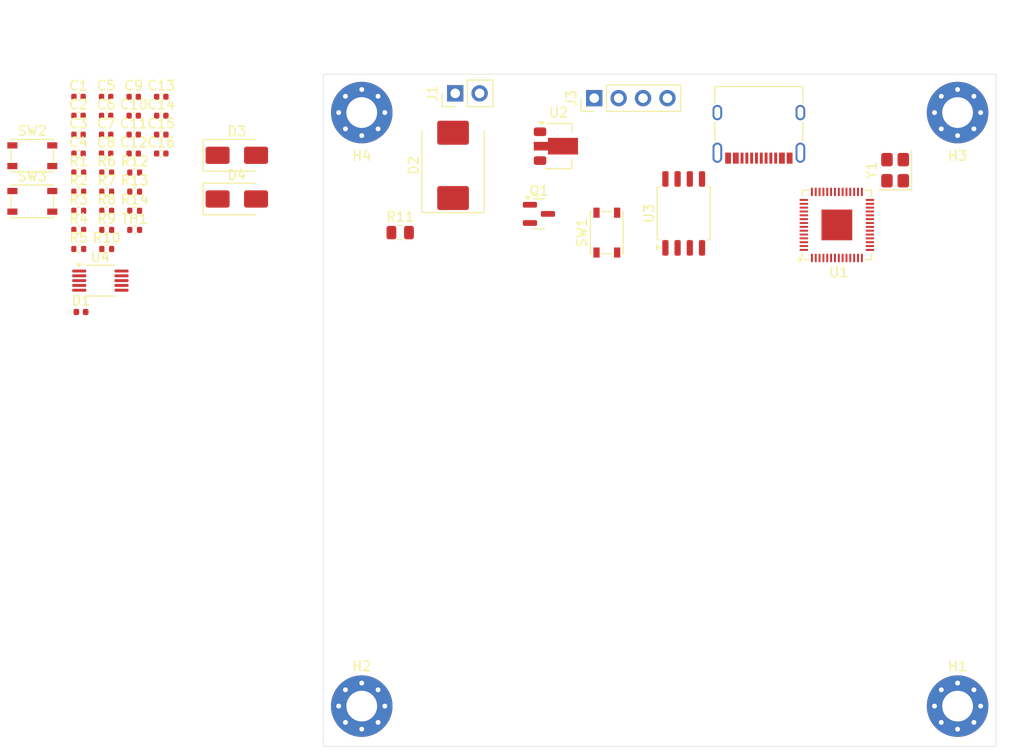
<source format=kicad_pcb>
(kicad_pcb (version 20241229) (generator "pcbnew") (generator_version "9.0")
  (layers (0 "F.Cu" signal) (2 "B.Cu" signal) (13 "F.Paste" user) (15 "B.Paste" user) (5 "F.SilkS" user "F.Silkscreen") (7 "B.SilkS" user "B.Silkscreen") (1 "F.Mask" user) (3 "B.Mask" user) (25 "Edge.Cuts" user))
  (net 0 "")
  (net 1 "Net-(U1-XIN)")
  (net 2 "GND")
  (net 3 "Net-(C2-Pad2)")
  (net 4 "3v3")
  (net 5 "1v1")
  (net 6 "Net-(D2-K)")
  (net 7 "Net-(D1-A)")
  (net 8 "Net-(D2-A)")
  (net 9 "Net-(D3-A)")
  (net 11 "DM")
  (net 12 "DP")
  (net 16 "SCL")
  (net 17 "SDA")
  (net 18 "Net-(Q1-D)")
  (net 19 "CTRL")
  (net 20 "TEMP")
  (net 21 "Net-(R2-Pad1)")
  (net 22 "QSPI_SS")
  (net 23 "Net-(U1-USB_DP)")
  (net 24 "Net-(U1-USB_DM)")
  (net 25 "Net-(U1-XOUT)")
  (net 26 "Net-(U1-GPIO25)")
  (net 27 "Net-(U1-GPIO10)")
  (net 28 "Net-(U1-GPIO11)")
  (net 29 "ALERT")
  (net 38 "QSPI_SCLK")
  (net 47 "QSPI_SD1")
  (net 54 "QSPI_SD2")
  (net 56 "QSPI_SD3")
  (net 57 "QSPI_SD0")
  (footprint "Resistor_SMD:R_0402_1005Metric" (layer "F.Cu") (at 109.05 66.205)
    (property "Reference" "R5" (at 0 -1.17 0) (layer "F.SilkS"))
    (property "Value" "1k")
    (fp_line (start -0.153641 -0.38) (end 0.153641 -0.38) (stroke (width 0.12)) (layer "F.SilkS"))
    (fp_line (start -0.153641 0.38) (end 0.153641 0.38) (stroke (width 0.12)) (layer "F.SilkS"))
    (pad "1" smd roundrect (at -0.51 0) (size 0.54 0.64) (layers "F.Cu" "F.Mask" "F.Paste") (net 3 "Net-(C2-Pad2)"))
    (pad "2" smd roundrect (at 0.51 0) (size 0.54 0.64) (layers "F.Cu" "F.Mask" "F.Paste") (net 25 "Net-(U1-XOUT)"))
  )
  (footprint "Diode_SMD:D_SMC" (layer "F.Cu") (at 148 57.5 90)
    (property "Reference" "D2" (at 0 -4.1 90) (layer "F.SilkS"))
    (property "Value" "D_Schottky")
    (fp_line (start -4.91 -3.25) (end 3.6 -3.25) (stroke (width 0.12)) (layer "F.SilkS"))
    (fp_line (start -4.91 3.25) (end -4.91 -3.25) (stroke (width 0.12)) (layer "F.SilkS"))
    (fp_line (start -4.91 3.25) (end 3.6 3.25) (stroke (width 0.12)) (layer "F.SilkS"))
    (pad "1" smd roundrect (at -3.4 0 180) (size 3.3 2.5) (layers "F.Cu" "F.Mask" "F.Paste") (roundrect_rratio 0.1) (net 6 "Net-(D2-K)"))
    (pad "2" smd roundrect (at 3.4 0 180) (size 3.3 2.5) (layers "F.Cu" "F.Mask" "F.Paste") (roundrect_rratio 0.1) (net 8 "Net-(D2-A)"))
  )
  (footprint "Resistor_SMD:R_0402_1005Metric" (layer "F.Cu") (at 111.96 58.245)
    (property "Reference" "R6" (at 0 -1.17 0) (layer "F.SilkS"))
    (property "Value" "1k")
    (fp_line (start -0.153641 -0.38) (end 0.153641 -0.38) (stroke (width 0.12)) (layer "F.SilkS"))
    (fp_line (start -0.153641 0.38) (end 0.153641 0.38) (stroke (width 0.12)) (layer "F.SilkS"))
    (pad "1" smd roundrect (at -0.51 0) (size 0.54 0.64) (layers "F.Cu" "F.Mask" "F.Paste") (net 7 "Net-(D1-A)"))
    (pad "2" smd roundrect (at 0.51 0) (size 0.54 0.64) (layers "F.Cu" "F.Mask" "F.Paste") (net 26 "Net-(U1-GPIO25)"))
  )
  (footprint "Package_SO:SOIC-8_5.3x5.3mm_P1.27mm" (layer "F.Cu") (at 172 62.5 90)
    (property "Reference" "U3" (at 0 -3.6 90) (layer "F.SilkS"))
    (property "Value" "W25Q16JVSS")
    (fp_line (start 2.76 -2.76) (end 2.76 -2.49) (stroke (width 0.12)) (layer "F.SilkS"))
    (fp_line (start 0 -2.76) (end 2.76 -2.76) (stroke (width 0.12)) (layer "F.SilkS"))
    (fp_line (start 0 -2.76) (end -2.76 -2.76) (stroke (width 0.12)) (layer "F.SilkS"))
    (fp_line (start -2.76 -2.76) (end -2.76 -2.49) (stroke (width 0.12)) (layer "F.SilkS"))
    (fp_line (start 2.76 2.76) (end 2.76 2.49) (stroke (width 0.12)) (layer "F.SilkS"))
    (fp_line (start 0 2.76) (end 2.76 2.76) (stroke (width 0.12)) (layer "F.SilkS"))
    (fp_line (start 0 2.76) (end -2.76 2.76) (stroke (width 0.12)) (layer "F.SilkS"))
    (fp_line (start -2.76 2.76) (end -2.76 2.49) (stroke (width 0.12)) (layer "F.SilkS"))
    (fp_poly (pts (xy -3.525 -2.49) (xy -3.765 -2.82) (xy -3.285 -2.82)) (stroke (width 0.12)) (fill yes) (layer "F.SilkS"))
    (pad "1" smd roundrect (at -3.5875 -1.905 90) (size 1.625 0.65) (layers "F.Cu" "F.Mask" "F.Paste") (net 22 "QSPI_SS"))
    (pad "2" smd roundrect (at -3.5875 -0.635 90) (size 1.625 0.65) (layers "F.Cu" "F.Mask" "F.Paste") (net 47 "QSPI_SD1"))
    (pad "3" smd roundrect (at -3.5875 0.635 90) (size 1.625 0.65) (layers "F.Cu" "F.Mask" "F.Paste") (net 54 "QSPI_SD2"))
    (pad "4" smd roundrect (at -3.5875 1.905 90) (size 1.625 0.65) (layers "F.Cu" "F.Mask" "F.Paste") (net 2 "GND"))
    (pad "5" smd roundrect (at 3.5875 1.905 90) (size 1.625 0.65) (layers "F.Cu" "F.Mask" "F.Paste") (net 57 "QSPI_SD0"))
    (pad "6" smd roundrect (at 3.5875 0.635 90) (size 1.625 0.65) (layers "F.Cu" "F.Mask" "F.Paste") (net 38 "QSPI_SCLK"))
    (pad "7" smd roundrect (at 3.5875 -0.635 90) (size 1.625 0.65) (layers "F.Cu" "F.Mask" "F.Paste") (net 56 "QSPI_SD3"))
    (pad "8" smd roundrect (at 3.5875 -1.905 90) (size 1.625 0.65) (layers "F.Cu" "F.Mask" "F.Paste") (net 4 "3v3"))
  )
  (footprint "Resistor_SMD:R_0402_1005Metric" (layer "F.Cu") (at 111.96 66.205)
    (property "Reference" "R10" (at 0 -1.17 0) (layer "F.SilkS"))
    (property "Value" "10k")
    (fp_line (start -0.153641 -0.38) (end 0.153641 -0.38) (stroke (width 0.12)) (layer "F.SilkS"))
    (fp_line (start -0.153641 0.38) (end 0.153641 0.38) (stroke (width 0.12)) (layer "F.SilkS"))
    (pad "1" smd roundrect (at -0.51 0) (size 0.54 0.64) (layers "F.Cu" "F.Mask" "F.Paste") (net 28 "Net-(U1-GPIO11)"))
    (pad "2" smd roundrect (at 0.51 0) (size 0.54 0.64) (layers "F.Cu" "F.Mask" "F.Paste") (net 4 "3v3"))
  )
  (footprint "Capacitor_SMD:C_0402_1005Metric" (layer "F.Cu") (at 114.77 52.325)
    (property "Reference" "C10" (at 0 -1.16 0) (layer "F.SilkS"))
    (property "Value" "1u")
    (fp_line (start -0.107836 -0.36) (end 0.107836 -0.36) (stroke (width 0.12)) (layer "F.SilkS"))
    (fp_line (start -0.107836 0.36) (end 0.107836 0.36) (stroke (width 0.12)) (layer "F.SilkS"))
    (pad "1" smd roundrect (at -0.48 0) (size 0.56 0.62) (layers "F.Cu" "F.Mask" "F.Paste") (net 2 "GND"))
    (pad "2" smd roundrect (at 0.48 0) (size 0.56 0.62) (layers "F.Cu" "F.Mask" "F.Paste") (net 4 "3v3"))
  )
  (footprint "Capacitor_SMD:C_0402_1005Metric" (layer "F.Cu") (at 117.64 50.355)
    (property "Reference" "C13" (at 0 -1.16 0) (layer "F.SilkS"))
    (property "Value" "1u")
    (fp_line (start -0.107836 -0.36) (end 0.107836 -0.36) (stroke (width 0.12)) (layer "F.SilkS"))
    (fp_line (start -0.107836 0.36) (end 0.107836 0.36) (stroke (width 0.12)) (layer "F.SilkS"))
    (pad "1" smd roundrect (at -0.48 0) (size 0.56 0.62) (layers "F.Cu" "F.Mask" "F.Paste") (net 2 "GND"))
    (pad "2" smd roundrect (at 0.48 0) (size 0.56 0.62) (layers "F.Cu" "F.Mask" "F.Paste") (net 5 "1v1"))
  )
  (footprint "Capacitor_SMD:C_0402_1005Metric" (layer "F.Cu") (at 114.77 56.265)
    (property "Reference" "C12" (at 0 -1.16 0) (layer "F.SilkS"))
    (property "Value" "100n")
    (fp_line (start -0.107836 -0.36) (end 0.107836 -0.36) (stroke (width 0.12)) (layer "F.SilkS"))
    (fp_line (start -0.107836 0.36) (end 0.107836 0.36) (stroke (width 0.12)) (layer "F.SilkS"))
    (pad "1" smd roundrect (at -0.48 0) (size 0.56 0.62) (layers "F.Cu" "F.Mask" "F.Paste") (net 2 "GND"))
    (pad "2" smd roundrect (at 0.48 0) (size 0.56 0.62) (layers "F.Cu" "F.Mask" "F.Paste") (net 5 "1v1"))
  )
  (footprint "Capacitor_SMD:C_0402_1005Metric" (layer "F.Cu") (at 111.9 54.295)
    (property "Reference" "C7" (at 0 -1.16 0) (layer "F.SilkS"))
    (property "Value" "100n")
    (fp_line (start -0.107836 -0.36) (end 0.107836 -0.36) (stroke (width 0.12)) (layer "F.SilkS"))
    (fp_line (start -0.107836 0.36) (end 0.107836 0.36) (stroke (width 0.12)) (layer "F.SilkS"))
    (pad "1" smd roundrect (at -0.48 0) (size 0.56 0.62) (layers "F.Cu" "F.Mask" "F.Paste") (net 2 "GND"))
    (pad "2" smd roundrect (at 0.48 0) (size 0.56 0.62) (layers "F.Cu" "F.Mask" "F.Paste") (net 4 "3v3"))
  )
  (footprint "Capacitor_SMD:C_0402_1005Metric" (layer "F.Cu") (at 117.64 56.265)
    (property "Reference" "C16" (at 0 -1.16 0) (layer "F.SilkS"))
    (property "Value" "1u")
    (fp_line (start -0.107836 -0.36) (end 0.107836 -0.36) (stroke (width 0.12)) (layer "F.SilkS"))
    (fp_line (start -0.107836 0.36) (end 0.107836 0.36) (stroke (width 0.12)) (layer "F.SilkS"))
    (pad "1" smd roundrect (at -0.48 0) (size 0.56 0.62) (layers "F.Cu" "F.Mask" "F.Paste") (net 2 "GND"))
    (pad "2" smd roundrect (at 0.48 0) (size 0.56 0.62) (layers "F.Cu" "F.Mask" "F.Paste") (net 4 "3v3"))
  )
  (footprint "LED_SMD:LED_0402_1005Metric" (layer "F.Cu") (at 109.285 72.765)
    (property "Reference" "D1" (at 0 -1.17 0) (layer "F.SilkS"))
    (property "Value" "LED")
    (fp_circle (center -1.09 0) (end -1.04 0) (stroke (width 0.1)) (fill no) (layer "F.SilkS"))
    (pad "1" smd roundrect (at -0.485 0) (size 0.59 0.64) (layers "F.Cu" "F.Mask" "F.Paste") (net 2 "GND"))
    (pad "2" smd roundrect (at 0.485 0) (size 0.59 0.64) (layers "F.Cu" "F.Mask" "F.Paste") (net 7 "Net-(D1-A)"))
  )
  (footprint "Package_TO_SOT_SMD:SOT-23" (layer "F.Cu") (at 156.9375 62.55)
    (property "Reference" "Q1" (at 0 -2.4 0) (layer "F.SilkS"))
    (property "Value" "AO3400A")
    (fp_line (start 0 -1.56) (end -0.65 -1.56) (stroke (width 0.12)) (layer "F.SilkS"))
    (fp_line (start 0 -1.56) (end 0.65 -1.56) (stroke (width 0.12)) (layer "F.SilkS"))
    (fp_line (start 0 1.56) (end -0.65 1.56) (stroke (width 0.12)) (layer "F.SilkS"))
    (fp_line (start 0 1.56) (end 0.65 1.56) (stroke (width 0.12)) (layer "F.SilkS"))
    (fp_poly (pts (xy -1.1625 -1.51) (xy -1.4025 -1.84) (xy -0.9225 -1.84)) (stroke (width 0.12)) (fill yes) (layer "F.SilkS"))
    (pad "1" smd roundrect (at -0.9375 -0.95) (size 1.475 0.6) (layers "F.Cu" "F.Mask" "F.Paste") (net 19 "CTRL"))
    (pad "2" smd roundrect (at -0.9375 0.95) (size 1.475 0.6) (layers "F.Cu" "F.Mask" "F.Paste") (net 2 "GND"))
    (pad "3" smd roundrect (at 0.9375 0) (size 1.475 0.6) (layers "F.Cu" "F.Mask" "F.Paste") (net 18 "Net-(Q1-D)"))
  )
  (footprint "Resistor_SMD:R_0402_1005Metric" (layer "F.Cu") (at 111.96 62.225)
    (property "Reference" "R8" (at 0 -1.17 0) (layer "F.SilkS"))
    (property "Value" "10k")
    (fp_line (start -0.153641 -0.38) (end 0.153641 -0.38) (stroke (width 0.12)) (layer "F.SilkS"))
    (fp_line (start -0.153641 0.38) (end 0.153641 0.38) (stroke (width 0.12)) (layer "F.SilkS"))
    (pad "1" smd roundrect (at -0.51 0) (size 0.54 0.64) (layers "F.Cu" "F.Mask" "F.Paste") (net 16 "SCL"))
    (pad "2" smd roundrect (at 0.51 0) (size 0.54 0.64) (layers "F.Cu" "F.Mask" "F.Paste") (net 4 "3v3"))
  )
  (footprint "Resistor_SMD:R_0402_1005Metric" (layer "F.Cu") (at 114.87 62.225)
    (property "Reference" "R14" (at 0 -1.17 0) (layer "F.SilkS"))
    (property "Value" "10k")
    (fp_line (start -0.153641 -0.38) (end 0.153641 -0.38) (stroke (width 0.12)) (layer "F.SilkS"))
    (fp_line (start -0.153641 0.38) (end 0.153641 0.38) (stroke (width 0.12)) (layer "F.SilkS"))
    (pad "1" smd roundrect (at -0.51 0) (size 0.54 0.64) (layers "F.Cu" "F.Mask" "F.Paste") (net 29 "ALERT"))
    (pad "2" smd roundrect (at 0.51 0) (size 0.54 0.64) (layers "F.Cu" "F.Mask" "F.Paste") (net 4 "3v3"))
  )
  (footprint "Capacitor_SMD:C_0402_1005Metric" (layer "F.Cu") (at 109.03 54.295)
    (property "Reference" "C3" (at 0 -1.16 0) (layer "F.SilkS"))
    (property "Value" "100n")
    (fp_line (start -0.107836 -0.36) (end 0.107836 -0.36) (stroke (width 0.12)) (layer "F.SilkS"))
    (fp_line (start -0.107836 0.36) (end 0.107836 0.36) (stroke (width 0.12)) (layer "F.SilkS"))
    (pad "1" smd roundrect (at -0.48 0) (size 0.56 0.62) (layers "F.Cu" "F.Mask" "F.Paste") (net 2 "GND"))
    (pad "2" smd roundrect (at 0.48 0) (size 0.56 0.62) (layers "F.Cu" "F.Mask" "F.Paste") (net 4 "3v3"))
  )
  (footprint "Button_Switch_SMD:SW_SPST_PTS810" (layer "F.Cu") (at 164 64.5 90)
    (property "Reference" "SW1" (at 0 -2.6 90) (layer "F.SilkS"))
    (property "Value" "SW_Push")
    (fp_line (start 2.2 -1.7) (end -2.2 -1.7) (stroke (width 0.12)) (layer "F.SilkS"))
    (fp_line (start -2.2 -1.7) (end -2.2 -1.58) (stroke (width 0.12)) (layer "F.SilkS"))
    (fp_line (start 2.2 -1.58) (end 2.2 -1.7) (stroke (width 0.12)) (layer "F.SilkS"))
    (fp_line (start -2.2 -0.57) (end -2.2 0.57) (stroke (width 0.12)) (layer "F.SilkS"))
    (fp_line (start 2.2 0.57) (end 2.2 -0.57) (stroke (width 0.12)) (layer "F.SilkS"))
    (fp_line (start -2.2 1.58) (end -2.2 1.7) (stroke (width 0.12)) (layer "F.SilkS"))
    (fp_line (start 2.2 1.7) (end 2.2 1.58) (stroke (width 0.12)) (layer "F.SilkS"))
    (fp_line (start -2.2 1.7) (end 2.2 1.7) (stroke (width 0.12)) (layer "F.SilkS"))
    (pad "1" smd rect (at -2.075 -1.075 90) (size 1.05 0.65) (layers "F.Cu" "F.Mask" "F.Paste") (net 2 "GND"))
    (pad "1" smd rect (at 2.075 -1.075 90) (size 1.05 0.65) (layers "F.Cu" "F.Mask" "F.Paste") (net 2 "GND"))
    (pad "2" smd rect (at -2.075 1.075 90) (size 1.05 0.65) (layers "F.Cu" "F.Mask" "F.Paste") (net 21 "Net-(R2-Pad1)"))
    (pad "2" smd rect (at 2.075 1.075 90) (size 1.05 0.65) (layers "F.Cu" "F.Mask" "F.Paste") (net 21 "Net-(R2-Pad1)"))
  )
  (footprint "Button_Switch_SMD:SW_SPST_PTS810" (layer "F.Cu") (at 104.22 56.495)
    (property "Reference" "SW2" (at 0 -2.6 0) (layer "F.SilkS"))
    (property "Value" "SW_Push")
    (fp_line (start -2.2 -1.7) (end -2.2 -1.58) (stroke (width 0.12)) (layer "F.SilkS"))
    (fp_line (start -2.2 -0.57) (end -2.2 0.57) (stroke (width 0.12)) (layer "F.SilkS"))
    (fp_line (start -2.2 1.58) (end -2.2 1.7) (stroke (width 0.12)) (layer "F.SilkS"))
    (fp_line (start -2.2 1.7) (end 2.2 1.7) (stroke (width 0.12)) (layer "F.SilkS"))
    (fp_line (start 2.2 -1.7) (end -2.2 -1.7) (stroke (width 0.12)) (layer "F.SilkS"))
    (fp_line (start 2.2 -1.58) (end 2.2 -1.7) (stroke (width 0.12)) (layer "F.SilkS"))
    (fp_line (start 2.2 0.57) (end 2.2 -0.57) (stroke (width 0.12)) (layer "F.SilkS"))
    (fp_line (start 2.2 1.7) (end 2.2 1.58) (stroke (width 0.12)) (layer "F.SilkS"))
    (pad "1" smd rect (at -2.075 -1.075) (size 1.05 0.65) (layers "F.Cu" "F.Mask" "F.Paste") (net 27 "Net-(U1-GPIO10)"))
    (pad "1" smd rect (at 2.075 -1.075) (size 1.05 0.65) (layers "F.Cu" "F.Mask" "F.Paste") (net 27 "Net-(U1-GPIO10)"))
    (pad "2" smd rect (at -2.075 1.075) (size 1.05 0.65) (layers "F.Cu" "F.Mask" "F.Paste") (net 2 "GND"))
    (pad "2" smd rect (at 2.075 1.075) (size 1.05 0.65) (layers "F.Cu" "F.Mask" "F.Paste") (net 2 "GND"))
  )
  (footprint "Capacitor_SMD:C_0402_1005Metric" (layer "F.Cu") (at 109.03 50.355)
    (property "Reference" "C1" (at 0 -1.16 0) (layer "F.SilkS"))
    (property "Value" "15p")
    (fp_line (start -0.107836 -0.36) (end 0.107836 -0.36) (stroke (width 0.12)) (layer "F.SilkS"))
    (fp_line (start -0.107836 0.36) (end 0.107836 0.36) (stroke (width 0.12)) (layer "F.SilkS"))
    (pad "1" smd roundrect (at -0.48 0) (size 0.56 0.62) (layers "F.Cu" "F.Mask" "F.Paste") (net 2 "GND"))
    (pad "2" smd roundrect (at 0.48 0) (size 0.56 0.62) (layers "F.Cu" "F.Mask" "F.Paste") (net 1 "Net-(U1-XIN)"))
  )
  (footprint "Resistor_SMD:R_0402_1005Metric" (layer "F.Cu") (at 109.05 60.235)
    (property "Reference" "R2" (at 0 -1.17 0) (layer "F.SilkS"))
    (property "Value" "10k")
    (fp_line (start -0.153641 -0.38) (end 0.153641 -0.38) (stroke (width 0.12)) (layer "F.SilkS"))
    (fp_line (start -0.153641 0.38) (end 0.153641 0.38) (stroke (width 0.12)) (layer "F.SilkS"))
    (pad "1" smd roundrect (at -0.51 0) (size 0.54 0.64) (layers "F.Cu" "F.Mask" "F.Paste") (net 21 "Net-(R2-Pad1)"))
    (pad "2" smd roundrect (at 0.51 0) (size 0.54 0.64) (layers "F.Cu" "F.Mask" "F.Paste") (net 22 "QSPI_SS"))
  )
  (footprint "Resistor_SMD:R_0402_1005Metric" (layer "F.Cu") (at 109.05 58.245)
    (property "Reference" "R1" (at 0 -1.17 0) (layer "F.SilkS"))
    (property "Value" "100k")
    (fp_line (start -0.153641 -0.38) (end 0.153641 -0.38) (stroke (width 0.12)) (layer "F.SilkS"))
    (fp_line (start -0.153641 0.38) (end 0.153641 0.38) (stroke (width 0.12)) (layer "F.SilkS"))
    (pad "1" smd roundrect (at -0.51 0) (size 0.54 0.64) (layers "F.Cu" "F.Mask" "F.Paste") (net 4 "3v3"))
    (pad "2" smd roundrect (at 0.51 0) (size 0.54 0.64) (layers "F.Cu" "F.Mask" "F.Paste") (net 20 "TEMP"))
  )
  (footprint "Diode_SMD:D_SMA" (layer "F.Cu") (at 125.5 56.45)
    (property "Reference" "D3" (at 0 -2.5 0) (layer "F.SilkS"))
    (property "Value" "D_Schottky")
    (fp_line (start -3.51 -1.65) (end -3.51 1.65) (stroke (width 0.12)) (layer "F.SilkS"))
    (fp_line (start -3.51 -1.65) (end 2 -1.65) (stroke (width 0.12)) (layer "F.SilkS"))
    (fp_line (start -3.51 1.65) (end 2 1.65) (stroke (width 0.12)) (layer "F.SilkS"))
    (pad "1" smd roundrect (at -2 0) (size 2.5 1.8) (layers "F.Cu" "F.Mask" "F.Paste") (roundrect_rratio 0.1388888889) (net 6 "Net-(D2-K)"))
    (pad "2" smd roundrect (at 2 0) (size 2.5 1.8) (layers "F.Cu" "F.Mask" "F.Paste") (roundrect_rratio 0.1388888889) (net 9 "Net-(D3-A)"))
  )
  (footprint "MountingHole:MountingHole_3.2mm_M3_Pad_Via" (layer "F.Cu") (at 200.5 113.802944)
    (property "Reference" "H1" (at 0 -4.15 0) (layer "F.SilkS"))
    (property "Value" "MountingHole_Pad")
    (pad "1" thru_hole circle (at -2.4 0) (size 0.8 0.8) (drill 0.5) (layers "*.Cu" "*.Mask") (net 2 "GND"))
    (pad "1" thru_hole circle (at -1.697056 -1.697056) (size 0.8 0.8) (drill 0.5) (layers "*.Cu" "*.Mask") (net 2 "GND"))
    (pad "1" thru_hole circle (at -1.697056 1.697056) (size 0.8 0.8) (drill 0.5) (layers "*.Cu" "*.Mask") (net 2 "GND"))
    (pad "1" thru_hole circle (at 0 -2.4) (size 0.8 0.8) (drill 0.5) (layers "*.Cu" "*.Mask") (net 2 "GND"))
    (pad "1" thru_hole circle (at 0 0) (size 6.4 6.4) (drill 3.2) (layers "*.Cu" "*.Mask") (net 2 "GND"))
    (pad "1" thru_hole circle (at 0 2.4) (size 0.8 0.8) (drill 0.5) (layers "*.Cu" "*.Mask") (net 2 "GND"))
    (pad "1" thru_hole circle (at 1.697056 -1.697056) (size 0.8 0.8) (drill 0.5) (layers "*.Cu" "*.Mask") (net 2 "GND"))
    (pad "1" thru_hole circle (at 1.697056 1.697056) (size 0.8 0.8) (drill 0.5) (layers "*.Cu" "*.Mask") (net 2 "GND"))
    (pad "1" thru_hole circle (at 2.4 0) (size 0.8 0.8) (drill 0.5) (layers "*.Cu" "*.Mask") (net 2 "GND"))
  )
  (footprint "Capacitor_SMD:C_0402_1005Metric" (layer "F.Cu") (at 114.77 54.295)
    (property "Reference" "C11" (at 0 -1.16 0) (layer "F.SilkS"))
    (property "Value" "100n")
    (fp_line (start -0.107836 -0.36) (end 0.107836 -0.36) (stroke (width 0.12)) (layer "F.SilkS"))
    (fp_line (start -0.107836 0.36) (end 0.107836 0.36) (stroke (width 0.12)) (layer "F.SilkS"))
    (pad "1" smd roundrect (at -0.48 0) (size 0.56 0.62) (layers "F.Cu" "F.Mask" "F.Paste") (net 2 "GND"))
    (pad "2" smd roundrect (at 0.48 0) (size 0.56 0.62) (layers "F.Cu" "F.Mask" "F.Paste") (net 5 "1v1"))
  )
  (footprint "Resistor_SMD:R_0805_2012Metric" (layer "F.Cu") (at 142.5 64.5)
    (property "Reference" "R11" (at 0 -1.65 0) (layer "F.SilkS"))
    (property "Value" "2m")
    (fp_line (start -0.227064 -0.735) (end 0.227064 -0.735) (stroke (width 0.12)) (layer "F.SilkS"))
    (fp_line (start -0.227064 0.735) (end 0.227064 0.735) (stroke (width 0.12)) (layer "F.SilkS"))
    (pad "1" smd roundrect (at -0.9125 0) (size 1.025 1.4) (layers "F.Cu" "F.Mask" "F.Paste") (roundrect_rratio 0.243902) (net 6 "Net-(D2-K)"))
    (pad "2" smd roundrect (at 0.9125 0) (size 1.025 1.4) (layers "F.Cu" "F.Mask" "F.Paste") (roundrect_rratio 0.243902) (net 18 "Net-(Q1-D)"))
  )
  (footprint "Package_DFN_QFN:QFN-56-1EP_7x7mm_P0.4mm_EP3.2x3.2mm" (layer "F.Cu") (at 187.9375 63.7 90)
    (property "Reference" "U1" (at -4.9375 0.2 180) (layer "F.SilkS"))
    (property "Value" "RP2040")
    (fp_line (start 3.61 -3.61) (end 3.61 -2.96) (stroke (width 0.12)) (layer "F.SilkS"))
    (fp_line (start 2.96 -3.61) (end 3.61 -3.61) (stroke (width 0.12)) (layer "F.SilkS"))
    (fp_line (start -2.96 -3.61) (end -3.31 -3.61) (stroke (width 0.12)) (layer "F.SilkS"))
    (fp_line (start -3.61 -2.96) (end -3.61 -3.37) (stroke (width 0.12)) (layer "F.SilkS"))
    (fp_line (start 3.61 3.61) (end 3.61 2.96) (stroke (width 0.12)) (layer "F.SilkS"))
    (fp_line (start 2.96 3.61) (end 3.61 3.61) (stroke (width 0.12)) (layer "F.SilkS"))
    (fp_line (start -2.96 3.61) (end -3.61 3.61) (stroke (width 0.12)) (layer "F.SilkS"))
    (fp_line (start -3.61 3.61) (end -3.61 2.96) (stroke (width 0.12)) (layer "F.SilkS"))
    (fp_poly (pts (xy -3.61 -3.61) (xy -3.85 -3.94) (xy -3.37 -3.94)) (stroke (width 0.12)) (fill yes) (layer "F.SilkS"))
    (pad "1" smd roundrect (at -3.4375 -2.6 90) (size 0.875 0.2) (layers "F.Cu" "F.Mask" "F.Paste") (net 4 "3v3"))
    (pad "2" smd roundrect (at -3.4375 -2.2 90) (size 0.875 0.2) (layers "F.Cu" "F.Mask" "F.Paste") (net 17 "SDA"))
    (pad "3" smd roundrect (at -3.4375 -1.8 90) (size 0.875 0.2) (layers "F.Cu" "F.Mask" "F.Paste") (net 16 "SCL"))
    (pad "4" smd roundrect (at -3.4375 -1.4 90) (size 0.875 0.2) (layers "F.Cu" "F.Mask" "F.Paste"))
    (pad "5" smd roundrect (at -3.4375 -1 90) (size 0.875 0.2) (layers "F.Cu" "F.Mask" "F.Paste"))
    (pad "6" smd roundrect (at -3.4375 -0.6 90) (size 0.875 0.2) (layers "F.Cu" "F.Mask" "F.Paste"))
    (pad "7" smd roundrect (at -3.4375 -0.2 90) (size 0.875 0.2) (layers "F.Cu" "F.Mask" "F.Paste"))
    (pad "8" smd roundrect (at -3.4375 0.2 90) (size 0.875 0.2) (layers "F.Cu" "F.Mask" "F.Paste"))
    (pad "9" smd roundrect (at -3.4375 0.6 90) (size 0.875 0.2) (layers "F.Cu" "F.Mask" "F.Paste"))
    (pad "10" smd roundrect (at -3.4375 1 90) (size 0.875 0.2) (layers "F.Cu" "F.Mask" "F.Paste") (net 4 "3v3"))
    (pad "11" smd roundrect (at -3.4375 1.4 90) (size 0.875 0.2) (layers "F.Cu" "F.Mask" "F.Paste"))
    (pad "12" smd roundrect (at -3.4375 1.8 90) (size 0.875 0.2) (layers "F.Cu" "F.Mask" "F.Paste"))
    (pad "13" smd roundrect (at -3.4375 2.2 90) (size 0.875 0.2) (layers "F.Cu" "F.Mask" "F.Paste") (net 27 "Net-(U1-GPIO10)"))
    (pad "14" smd roundrect (at -3.4375 2.6 90) (size 0.875 0.2) (layers "F.Cu" "F.Mask" "F.Paste") (net 28 "Net-(U1-GPIO11)"))
    (pad "15" smd roundrect (at -2.6 3.4375 90) (size 0.2 0.875) (layers "F.Cu" "F.Mask" "F.Paste"))
    (pad "16" smd roundrect (at -2.2 3.4375 90) (size 0.2 0.875) (layers "F.Cu" "F.Mask" "F.Paste"))
    (pad "17" smd roundrect (at -1.8 3.4375 90) (size 0.2 0.875) (layers "F.Cu" "F.Mask" "F.Paste"))
    (pad "18" smd roundrect (at -1.4 3.4375 90) (size 0.2 0.875) (layers "F.Cu" "F.Mask" "F.Paste"))
    (pad "19" smd roundrect (at -1 3.4375 90) (size 0.2 0.875) (layers "F.Cu" "F.Mask" "F.Paste") (net 2 "GND"))
    (pad "20" smd roundrect (at -0.6 3.4375 90) (size 0.2 0.875) (layers "F.Cu" "F.Mask" "F.Paste") (net 1 "Net-(U1-XIN)"))
    (pad "21" smd roundrect (at -0.2 3.4375 90) (size 0.2 0.875) (layers "F.Cu" "F.Mask" "F.Paste") (net 25 "Net-(U1-XOUT)"))
    (pad "22" smd roundrect (at 0.2 3.4375 90) (size 0.2 0.875) (layers "F.Cu" "F.Mask" "F.Paste") (net 4 "3v3"))
    (pad "23" smd roundrect (at 0.6 3.4375 90) (size 0.2 0.875) (layers "F.Cu" "F.Mask" "F.Paste") (net 5 "1v1"))
    (pad "24" smd roundrect (at 1 3.4375 90) (size 0.2 0.875) (layers "F.Cu" "F.Mask" "F.Paste"))
    (pad "25" smd roundrect (at 1.4 3.4375 90) (size 0.2 0.875) (layers "F.Cu" "F.Mask" "F.Paste"))
    (pad "26" smd roundrect (at 1.8 3.4375 90) (size 0.2 0.875) (layers "F.Cu" "F.Mask" "F.Paste"))
    (pad "27" smd roundrect (at 2.2 3.4375 90) (size 0.2 0.875) (layers "F.Cu" "F.Mask" "F.Paste"))
    (pad "28" smd roundrect (at 2.6 3.4375 90) (size 0.2 0.875) (layers "F.Cu" "F.Mask" "F.Paste"))
    (pad "29" smd roundrect (at 3.4375 2.6 90) (size 0.875 0.2) (layers "F.Cu" "F.Mask" "F.Paste"))
    (pad "30" smd roundrect (at 3.4375 2.2 90) (size 0.875 0.2) (layers "F.Cu" "F.Mask" "F.Paste") (net 29 "ALERT"))
    (pad "31" smd roundrect (at 3.4375 1.8 90) (size 0.875 0.2) (layers "F.Cu" "F.Mask" "F.Paste") (net 19 "CTRL"))
    (pad "32" smd roundrect (at 3.4375 1.4 90) (size 0.875 0.2) (layers "F.Cu" "F.Mask" "F.Paste"))
    (pad "33" smd roundrect (at 3.4375 1 90) (size 0.875 0.2) (layers "F.Cu" "F.Mask" "F.Paste") (net 4 "3v3"))
    (pad "34" smd roundrect (at 3.4375 0.6 90) (size 0.875 0.2) (layers "F.Cu" "F.Mask" "F.Paste"))
    (pad "35" smd roundrect (at 3.4375 0.2 90) (size 0.875 0.2) (layers "F.Cu" "F.Mask" "F.Paste"))
    (pad "36" smd roundrect (at 3.4375 -0.2 90) (size 0.875 0.2) (layers "F.Cu" "F.Mask" "F.Paste"))
    (pad "37" smd roundrect (at 3.4375 -0.6 90) (size 0.875 0.2) (layers "F.Cu" "F.Mask" "F.Paste") (net 26 "Net-(U1-GPIO25)"))
    (pad "38" smd roundrect (at 3.4375 -1 90) (size 0.875 0.2) (layers "F.Cu" "F.Mask" "F.Paste") (net 20 "TEMP"))
    (pad "39" smd roundrect (at 3.4375 -1.4 90) (size 0.875 0.2) (layers "F.Cu" "F.Mask" "F.Paste"))
    (pad "40" smd roundrect (at 3.4375 -1.8 90) (size 0.875 0.2) (layers "F.Cu" "F.Mask" "F.Paste"))
    (pad "41" smd roundrect (at 3.4375 -2.2 90) (size 0.875 0.2) (layers "F.Cu" "F.Mask" "F.Paste"))
    (pad "42" smd roundrect (at 3.4375 -2.6 90) (size 0.875 0.2) (layers "F.Cu" "F.Mask" "F.Paste") (net 4 "3v3"))
    (pad "43" smd roundrect (at 2.6 -3.4375 90) (size 0.2 0.875) (layers "F.Cu" "F.Mask" "F.Paste") (net 4 "3v3"))
    (pad "44" smd roundrect (at 2.2 -3.4375 90) (size 0.2 0.875) (layers "F.Cu" "F.Mask" "F.Paste") (net 4 "3v3"))
    (pad "45" smd roundrect (at 1.8 -3.4375 90) (size 0.2 0.875) (layers "F.Cu" "F.Mask" "F.Paste") (net 5 "1v1"))
    (pad "46" smd roundrect (at 1.4 -3.4375 90) (size 0.2 0.875) (layers "F.Cu" "F.Mask" "F.Paste") (net 24 "Net-(U1-USB_DM)"))
    (pad "47" smd roundrect (at 1 -3.4375 90) (size 0.2 0.875) (layers "F.Cu" "F.Mask" "F.Paste") (net 23 "Net-(U1-USB_DP)"))
    (pad "48" smd roundrect (at 0.6 -3.4375 90) (size 0.2 0.875) (layers "F.Cu" "F.Mask" "F.Paste") (net 4 "3v3"))
    (pad "49" smd roundrect (at 0.2 -3.4375 90) (size 0.2 0.875) (layers "F.Cu" "F.Mask" "F.Paste") (net 4 "3v3"))
    (pad "50" smd roundrect (at -0.2 -3.4375 90) (size 0.2 0.875) (layers "F.Cu" "F.Mask" "F.Paste") (net 5 "1v1"))
    (pad "51" smd roundrect (at -0.6 -3.4375 90) (size 0.2 0.875) (layers "F.Cu" "F.Mask" "F.Paste") (net 56 "QSPI_SD3"))
    (pad "52" smd roundrect (at -1 -3.4375 90) (size 0.2 0.875) (layers "F.Cu" "F.Mask" "F.Paste") (net 38 "QSPI_SCLK"))
    (pad "53" smd roundrect (at -1.4 -3.4375 90) (size 0.2 0.875) (layers "F.Cu" "F.Mask" "F.Paste") (net 57 "QSPI_SD0"))
    (pad "54" smd roundrect (at -1.8 -3.4375 90) (size 0.2 0.875) (layers "F.Cu" "F.Mask" "F.Paste") (net 54 "QSPI_SD2"))
    (pad "55" smd roundrect (at -2.2 -3.4375 90) (size 0.2 0.875) (layers "F.Cu" "F.Mask" "F.Paste") (net 47 "QSPI_SD1"))
    (pad "56" smd roundrect (at -2.6 -3.4375 90) (size 0.2 0.875) (layers "F.Cu" "F.Mask" "F.Paste") (net 22 "QSPI_SS"))
    (pad "57" smd rect (at 0 0 90) (size 3.2 3.2) (property pad_prop_heatsink) (layers "F.Cu" "F.Mask") (net 2 "GND"))
  )
  (footprint "Capacitor_SMD:C_0402_1005Metric" (layer "F.Cu") (at 111.9 56.265)
    (property "Reference" "C8" (at 0 -1.16 0) (layer "F.SilkS"))
    (property "Value" "100n")
    (fp_line (start -0.107836 -0.36) (end 0.107836 -0.36) (stroke (width 0.12)) (layer "F.SilkS"))
    (fp_line (start -0.107836 0.36) (end 0.107836 0.36) (stroke (width 0.12)) (layer "F.SilkS"))
    (pad "1" smd roundrect (at -0.48 0) (size 0.56 0.62) (layers "F.Cu" "F.Mask" "F.Paste") (net 2 "GND"))
    (pad "2" smd roundrect (at 0.48 0) (size 0.56 0.62) (layers "F.Cu" "F.Mask" "F.Paste") (net 4 "3v3"))
  )
  (footprint "Package_TO_SOT_SMD:SOT-89-3" (layer "F.Cu") (at 159 55.5)
    (property "Reference" "U2" (at 0 -3.5 0) (layer "F.SilkS"))
    (property "Value" "AMS1117-3.3")
    (fp_line (start -1.22 -2.36) (end 1.36 -2.36) (stroke (width 0.12)) (layer "F.SilkS"))
    (fp_line (start 1.36 -1.38) (end 1.36 -2.36) (stroke (width 0.12)) (layer "F.SilkS"))
    (fp_line (start 1.36 1.38) (end 1.36 2.36) (stroke (width 0.12)) (layer "F.SilkS"))
    (fp_line (start 1.36 2.36) (end -1.36 2.36) (stroke (width 0.12)) (layer "F.SilkS"))
    (fp_poly (pts (xy -1.77 -2.21) (xy -2.01 -2.54) (xy -1.53 -2.54) (xy -1.77 -2.21)) (stroke (width 0.12)) (fill yes) (layer "F.SilkS"))
    (pad "1" smd roundrect (at -1.95 -1.5) (size 1.3 0.9) (layers "F.Cu" "F.Mask" "F.Paste") (net 2 "GND"))
    (pad "2" smd custom (at -1.8625 0) (size 1.475 0.9) (layers "F.Cu" "F.Mask" "F.Paste") (net 4 "3v3") (options (clearance outline) (anchor rect)) (primitives (gr_poly (pts (xy 3.8625 0.8665) (xy 0.7375 0.8665) (xy 0.7375 -0.8665) (xy 3.8625 -0.8665)) (width 0) (fill yes))))
    (pad "3" smd roundrect (at -1.95 1.5) (size 1.3 0.9) (layers "F.Cu" "F.Mask" "F.Paste") (net 6 "Net-(D2-K)"))
  )
  (footprint "Package_SO:VSSOP-10_3x3mm_P0.5mm" (layer "F.Cu") (at 111.3 69.5)
    (property "Reference" "U4" (at 0 -2.45 0) (layer "F.SilkS"))
    (property "Value" "INA226")
    (fp_line (start 0 -1.61) (end -1.5 -1.61) (stroke (width 0.12)) (layer "F.SilkS"))
    (fp_line (start 0 -1.61) (end 1.5 -1.61) (stroke (width 0.12)) (layer "F.SilkS"))
    (fp_line (start 0 1.61) (end -1.5 1.61) (stroke (width 0.12)) (layer "F.SilkS"))
    (fp_line (start 0 1.61) (end 1.5 1.61) (stroke (width 0.12)) (layer "F.SilkS"))
    (fp_poly (pts (xy -2.2125 -1.41) (xy -2.4525 -1.74) (xy -1.9725 -1.74)) (stroke (width 0.12)) (fill yes) (layer "F.SilkS"))
    (pad "1" smd roundrect (at -2.2 -1) (size 1.45 0.3) (layers "F.Cu" "F.Mask" "F.Paste") (net 2 "GND"))
    (pad "2" smd roundrect (at -2.2 -0.5) (size 1.45 0.3) (layers "F.Cu" "F.Mask" "F.Paste") (net 2 "GND"))
    (pad "3" smd roundrect (at -2.2 0) (size 1.45 0.3) (layers "F.Cu" "F.Mask" "F.Paste") (net 29 "ALERT"))
    (pad "4" smd roundrect (at -2.2 0.5) (size 1.45 0.3) (layers "F.Cu" "F.Mask" "F.Paste") (net 17 "SDA"))
    (pad "5" smd roundrect (at -2.2 1) (size 1.45 0.3) (layers "F.Cu" "F.Mask" "F.Paste") (net 16 "SCL"))
    (pad "6" smd roundrect (at 2.2 1) (size 1.45 0.3) (layers "F.Cu" "F.Mask" "F.Paste") (net 4 "3v3"))
    (pad "7" smd roundrect (at 2.2 0.5) (size 1.45 0.3) (layers "F.Cu" "F.Mask" "F.Paste") (net 2 "GND"))
    (pad "8" smd roundrect (at 2.2 0) (size 1.45 0.3) (layers "F.Cu" "F.Mask" "F.Paste") (net 18 "Net-(Q1-D)"))
    (pad "9" smd roundrect (at 2.2 -0.5) (size 1.45 0.3) (layers "F.Cu" "F.Mask" "F.Paste") (net 18 "Net-(Q1-D)"))
    (pad "10" smd roundrect (at 2.2 -1) (size 1.45 0.3) (layers "F.Cu" "F.Mask" "F.Paste") (net 6 "Net-(D2-K)"))
  )
  (footprint "Capacitor_SMD:C_0402_1005Metric" (layer "F.Cu") (at 114.77 50.355)
    (property "Reference" "C9" (at 0 -1.16 0) (layer "F.SilkS"))
    (property "Value" "100n")
    (fp_line (start -0.107836 -0.36) (end 0.107836 -0.36) (stroke (width 0.12)) (layer "F.SilkS"))
    (fp_line (start -0.107836 0.36) (end 0.107836 0.36) (stroke (width 0.12)) (layer "F.SilkS"))
    (pad "1" smd roundrect (at -0.48 0) (size 0.56 0.62) (layers "F.Cu" "F.Mask" "F.Paste") (net 2 "GND"))
    (pad "2" smd roundrect (at 0.48 0) (size 0.56 0.62) (layers "F.Cu" "F.Mask" "F.Paste") (net 4 "3v3"))
  )
  (footprint "Capacitor_SMD:C_0402_1005Metric" (layer "F.Cu") (at 109.03 56.265)
    (property "Reference" "C4" (at 0 -1.16 0) (layer "F.SilkS"))
    (property "Value" "100n")
    (fp_line (start -0.107836 -0.36) (end 0.107836 -0.36) (stroke (width 0.12)) (layer "F.SilkS"))
    (fp_line (start -0.107836 0.36) (end 0.107836 0.36) (stroke (width 0.12)) (layer "F.SilkS"))
    (pad "1" smd roundrect (at -0.48 0) (size 0.56 0.62) (layers "F.Cu" "F.Mask" "F.Paste") (net 2 "GND"))
    (pad "2" smd roundrect (at 0.48 0) (size 0.56 0.62) (layers "F.Cu" "F.Mask" "F.Paste") (net 4 "3v3"))
  )
  (footprint "Crystal:Crystal_SMD_3225-4Pin_3.2x2.5mm" (layer "F.Cu") (at 194 58 90)
    (property "Reference" "Y1" (at 0 -2.45 90) (layer "F.SilkS"))
    (property "Value" "Crystal_GND24")
    (fp_line (start -2.06 -1.71) (end -2.06 1.71) (stroke (width 0.12)) (layer "F.SilkS"))
    (fp_line (start -2.06 1.71) (end 2.06 1.71) (stroke (width 0.12)) (layer "F.SilkS"))
    (pad "1" smd roundrect (at -1.1 0.85 90) (size 1.4 1.2) (layers "F.Cu" "F.Mask" "F.Paste") (roundrect_rratio 0.208333) (net 1 "Net-(U1-XIN)"))
    (pad "2" smd roundrect (at 1.1 0.85 90) (size 1.4 1.2) (layers "F.Cu" "F.Mask" "F.Paste") (roundrect_rratio 0.208333) (net 2 "GND"))
    (pad "3" smd roundrect (at 1.1 -0.85 90) (size 1.4 1.2) (layers "F.Cu" "F.Mask" "F.Paste") (roundrect_rratio 0.208333) (net 3 "Net-(C2-Pad2)"))
    (pad "4" smd roundrect (at -1.1 -0.85 90) (size 1.4 1.2) (layers "F.Cu" "F.Mask" "F.Paste") (roundrect_rratio 0.208333) (net 2 "GND"))
  )
  (footprint "Connector_USB:USB_C_Receptacle_XKB_U262-16XN-4BVC11" (layer "F.Cu") (at 179.82 53.075 180)
    (property "Reference" "J2" (hide yes))
    (property "Value" "USB_C_Receptacle_USB2.0_16P")
    (fp_line (start 4.58 3.785) (end -4.58 3.785) (stroke (width 0.12)) (layer "F.SilkS"))
    (fp_line (start 4.58 2.08) (end 4.58 3.785) (stroke (width 0.12)) (layer "F.SilkS"))
    (fp_line (start 4.58 0.07) (end 4.58 -1.85) (stroke (width 0.12)) (layer "F.SilkS"))
    (fp_line (start -4.58 3.785) (end -4.58 2.08) (stroke (width 0.12)) (layer "F.SilkS"))
    (fp_line (start -4.58 -1.85) (end -4.58 0.07) (stroke (width 0.12)) (layer "F.SilkS"))
    (pad "" np_thru_hole circle (at -2.89 -2.605 180) (size 0.65 0.65) (drill 0.65) (layers "*.Cu" "*.Mask"))
    (pad "" np_thru_hole circle (at 2.89 -2.605 180) (size 0.65 0.65) (drill 0.65) (layers "*.Cu" "*.Mask"))
    (pad "A1" smd rect (at -3.35 -3.67 180) (size 0.3 1.15) (layers "F.Cu" "F.Mask" "F.Paste") (net 2 "GND"))
    (pad "A4" smd rect (at -2.55 -3.67 180) (size 0.3 1.15) (layers "F.Cu" "F.Mask" "F.Paste") (net 9 "Net-(D3-A)"))
    (pad "A5" smd rect (at -1.25 -3.67 180) (size 0.3 1.15) (layers "F.Cu" "F.Mask" "F.Paste"))
    (pad "A6" smd rect (at -0.25 -3.67 180) (size 0.3 1.15) (layers "F.Cu" "F.Mask" "F.Paste") (net 12 "DP"))
    (pad "A7" smd rect (at 0.25 -3.67 180) (size 0.3 1.15) (layers "F.Cu" "F.Mask" "F.Paste") (net 11 "DM"))
    (pad "A8" smd rect (at 1.25 -3.67 180) (size 0.3 1.15) (layers "F.Cu" "F.Mask" "F.Paste"))
    (pad "A9" smd rect (at 2.55 -3.67 180) (size 0.3 1.15) (layers "F.Cu" "F.Mask" "F.Paste") (net 9 "Net-(D3-A)"))
    (pad "A12" smd rect (at 3.35 -3.67 180) (size 0.3 1.15) (layers "F.Cu" "F.Mask" "F.Paste") (net 2 "GND"))
    (pad "B1" smd rect (at 3.05 -3.67 180) (size 0.3 1.15) (layers "F.Cu" "F.Mask" "F.Paste") (net 2 "GND"))
    (pad "B4" smd rect (at 2.25 -3.67 180) (size 0.3 1.15) (layers "F.Cu" "F.Mask" "F.Paste") (net 9 "Net-(D3-A)"))
    (pad "B5" smd rect (at 1.75 -3.67 180) (size 0.3 1.15) (layers "F.Cu" "F.Mask" "F.Paste"))
    (pad "B6" smd rect (at 0.75 -3.67 180) (size 0.3 1.15) (layers "F.Cu" "F.Mask" "F.Paste") (net 12 "DP"))
    (pad "B7" smd rect (at -0.75 -3.67 180) (size 0.3 1.15) (layers "F.Cu" "F.Mask" "F.Paste") (net 11 "DM"))
    (pad "B8" smd rect (at -1.75 -3.67 180) (size 0.3 1.15) (layers "F.Cu" "F.Mask" "F.Paste"))
    (pad "B9" smd rect (at -2.25 -3.67 180) (size 0.3 1.15) (layers "F.Cu" "F.Mask" "F.Paste") (net 9 "Net-(D3-A)"))
    (pad "B12" smd rect (at -3.05 -3.67 180) (size 0.3 1.15) (layers "F.Cu" "F.Mask" "F.Paste") (net 2 "GND"))
    (pad "S1" thru_hole oval (at -4.32 -3.105 180) (size 1 2.1) (drill oval 0.6 1.7) (property pad_prop_heatsink) (layers "*.Cu" "*.Mask") (net 2 "GND"))
    (pad "S1" thru_hole oval (at -4.32 1.075 180) (size 1 1.6) (drill oval 0.6 1.2) (property pad_prop_heatsink) (layers "*.Cu" "*.Mask") (net 2 "GND"))
    (pad "S1" thru_hole oval (at 4.32 -3.105 180) (size 1 2.1) (drill oval 0.6 1.7) (property pad_prop_heatsink) (layers "*.Cu" "*.Mask") (net 2 "GND"))
    (pad "S1" thru_hole oval (at 4.32 1.075 180) (size 1 1.6) (drill oval 0.6 1.2) (property pad_prop_heatsink) (layers "*.Cu" "*.Mask") (net 2 "GND"))
  )
  (footprint "Resistor_SMD:R_0402_1005Metric" (layer "F.Cu") (at 114.87 60.235)
    (property "Reference" "R13" (at 0 -1.17 0) (layer "F.SilkS"))
    (property "Value" "10k")
    (fp_line (start -0.153641 -0.38) (end 0.153641 -0.38) (stroke (width 0.12)) (layer "F.SilkS"))
    (fp_line (start -0.153641 0.38) (end 0.153641 0.38) (stroke (width 0.12)) (layer "F.SilkS"))
    (pad "1" smd roundrect (at -0.51 0) (size 0.54 0.64) (layers "F.Cu" "F.Mask" "F.Paste") (net 16 "SCL"))
    (pad "2" smd roundrect (at 0.51 0) (size 0.54 0.64) (layers "F.Cu" "F.Mask" "F.Paste") (net 4 "3v3"))
  )
  (footprint "Capacitor_SMD:C_0402_1005Metric" (layer "F.Cu") (at 117.64 54.295)
    (property "Reference" "C15" (at 0 -1.16 0) (layer "F.SilkS"))
    (property "Value" "1u")
    (fp_line (start -0.107836 -0.36) (end 0.107836 -0.36) (stroke (width 0.12)) (layer "F.SilkS"))
    (fp_line (start -0.107836 0.36) (end 0.107836 0.36) (stroke (width 0.12)) (layer "F.SilkS"))
    (pad "1" smd roundrect (at -0.48 0) (size 0.56 0.62) (layers "F.Cu" "F.Mask" "F.Paste") (net 2 "GND"))
    (pad "2" smd roundrect (at 0.48 0) (size 0.56 0.62) (layers "F.Cu" "F.Mask" "F.Paste") (net 4 "3v3"))
  )
  (footprint "Button_Switch_SMD:SW_SPST_PTS810" (layer "F.Cu") (at 104.22 61.245)
    (property "Reference" "SW3" (at 0 -2.6 0) (layer "F.SilkS"))
    (property "Value" "SW_Push")
    (fp_line (start -2.2 -1.7) (end -2.2 -1.58) (stroke (width 0.12)) (layer "F.SilkS"))
    (fp_line (start -2.2 -0.57) (end -2.2 0.57) (stroke (width 0.12)) (layer "F.SilkS"))
    (fp_line (start -2.2 1.58) (end -2.2 1.7) (stroke (width 0.12)) (layer "F.SilkS"))
    (fp_line (start -2.2 1.7) (end 2.2 1.7) (stroke (width 0.12)) (layer "F.SilkS"))
    (fp_line (start 2.2 -1.7) (end -2.2 -1.7) (stroke (width 0.12)) (layer "F.SilkS"))
    (fp_line (start 2.2 -1.58) (end 2.2 -1.7) (stroke (width 0.12)) (layer "F.SilkS"))
    (fp_line (start 2.2 0.57) (end 2.2 -0.57) (stroke (width 0.12)) (layer "F.SilkS"))
    (fp_line (start 2.2 1.7) (end 2.2 1.58) (stroke (width 0.12)) (layer "F.SilkS"))
    (pad "1" smd rect (at -2.075 -1.075) (size 1.05 0.65) (layers "F.Cu" "F.Mask" "F.Paste") (net 28 "Net-(U1-GPIO11)"))
    (pad "1" smd rect (at 2.075 -1.075) (size 1.05 0.65) (layers "F.Cu" "F.Mask" "F.Paste") (net 28 "Net-(U1-GPIO11)"))
    (pad "2" smd rect (at -2.075 1.075) (size 1.05 0.65) (layers "F.Cu" "F.Mask" "F.Paste") (net 2 "GND"))
    (pad "2" smd rect (at 2.075 1.075) (size 1.05 0.65) (layers "F.Cu" "F.Mask" "F.Paste") (net 2 "GND"))
  )
  (footprint "MountingHole:MountingHole_3.2mm_M3_Pad_Via" (layer "F.Cu") (at 138.5 52)
    (property "Reference" "H4" (at 0 4.5 0) (layer "F.SilkS"))
    (property "Value" "MountingHole_Pad")
    (pad "1" thru_hole circle (at -2.4 0) (size 0.8 0.8) (drill 0.5) (layers "*.Cu" "*.Mask") (net 2 "GND"))
    (pad "1" thru_hole circle (at -1.697056 -1.697056) (size 0.8 0.8) (drill 0.5) (layers "*.Cu" "*.Mask") (net 2 "GND"))
    (pad "1" thru_hole circle (at -1.697056 1.697056) (size 0.8 0.8) (drill 0.5) (layers "*.Cu" "*.Mask") (net 2 "GND"))
    (pad "1" thru_hole circle (at 0 -2.4) (size 0.8 0.8) (drill 0.5) (layers "*.Cu" "*.Mask") (net 2 "GND"))
    (pad "1" thru_hole circle (at 0 0) (size 6.4 6.4) (drill 3.2) (layers "*.Cu" "*.Mask") (net 2 "GND"))
    (pad "1" thru_hole circle (at 0 2.4) (size 0.8 0.8) (drill 0.5) (layers "*.Cu" "*.Mask") (net 2 "GND"))
    (pad "1" thru_hole circle (at 1.697056 -1.697056) (size 0.8 0.8) (drill 0.5) (layers "*.Cu" "*.Mask") (net 2 "GND"))
    (pad "1" thru_hole circle (at 1.697056 1.697056) (size 0.8 0.8) (drill 0.5) (layers "*.Cu" "*.Mask") (net 2 "GND"))
    (pad "1" thru_hole circle (at 2.4 0) (size 0.8 0.8) (drill 0.5) (layers "*.Cu" "*.Mask") (net 2 "GND"))
  )
  (footprint "Resistor_SMD:R_0402_1005Metric" (layer "F.Cu") (at 111.96 60.235)
    (property "Reference" "R7" (at 0 -1.17 0) (layer "F.SilkS"))
    (property "Value" "10k")
    (fp_line (start -0.153641 -0.38) (end 0.153641 -0.38) (stroke (width 0.12)) (layer "F.SilkS"))
    (fp_line (start -0.153641 0.38) (end 0.153641 0.38) (stroke (width 0.12)) (layer "F.SilkS"))
    (pad "1" smd roundrect (at -0.51 0) (size 0.54 0.64) (layers "F.Cu" "F.Mask" "F.Paste") (net 17 "SDA"))
    (pad "2" smd roundrect (at 0.51 0) (size 0.54 0.64) (layers "F.Cu" "F.Mask" "F.Paste") (net 4 "3v3"))
  )
  (footprint "Resistor_SMD:R_0402_1005Metric" (layer "F.Cu") (at 114.87 64.215)
    (property "Reference" "TH1" (at 0 -1.17 0) (layer "F.SilkS"))
    (property "Value" "100k")
    (fp_line (start -0.153641 -0.38) (end 0.153641 -0.38) (stroke (width 0.12)) (layer "F.SilkS"))
    (fp_line (start -0.153641 0.38) (end 0.153641 0.38) (stroke (width 0.12)) (layer "F.SilkS"))
    (pad "1" smd roundrect (at -0.51 0) (size 0.54 0.64) (layers "F.Cu" "F.Mask" "F.Paste") (net 20 "TEMP"))
    (pad "2" smd roundrect (at 0.51 0) (size 0.54 0.64) (layers "F.Cu" "F.Mask" "F.Paste") (net 2 "GND"))
  )
  (footprint "Diode_SMD:D_SMA" (layer "F.Cu") (at 125.5 61)
    (property "Reference" "D4" (at 0 -2.5 0) (layer "F.SilkS"))
    (property "Value" "D_Schottky")
    (fp_line (start -3.51 -1.65) (end -3.51 1.65) (stroke (width 0.12)) (layer "F.SilkS"))
    (fp_line (start -3.51 -1.65) (end 2 -1.65) (stroke (width 0.12)) (layer "F.SilkS"))
    (fp_line (start -3.51 1.65) (end 2 1.65) (stroke (width 0.12)) (layer "F.SilkS"))
    (pad "1" smd roundrect (at -2 0) (size 2.5 1.8) (layers "F.Cu" "F.Mask" "F.Paste") (roundrect_rratio 0.1388888889) (net 2 "GND"))
    (pad "2" smd roundrect (at 2 0) (size 2.5 1.8) (layers "F.Cu" "F.Mask" "F.Paste") (roundrect_rratio 0.1388888889) (net 2 "GND"))
  )
  (footprint "MountingHole:MountingHole_3.2mm_M3_Pad_Via" (layer "F.Cu") (at 200.5 52)
    (property "Reference" "H3" (at 0 4.5 0) (layer "F.SilkS"))
    (property "Value" "MountingHole_Pad")
    (pad "1" thru_hole circle (at -2.4 0) (size 0.8 0.8) (drill 0.5) (layers "*.Cu" "*.Mask") (net 2 "GND"))
    (pad "1" thru_hole circle (at -1.697056 -1.697056) (size 0.8 0.8) (drill 0.5) (layers "*.Cu" "*.Mask") (net 2 "GND"))
    (pad "1" thru_hole circle (at -1.697056 1.697056) (size 0.8 0.8) (drill 0.5) (layers "*.Cu" "*.Mask") (net 2 "GND"))
    (pad "1" thru_hole circle (at 0 -2.4) (size 0.8 0.8) (drill 0.5) (layers "*.Cu" "*.Mask") (net 2 "GND"))
    (pad "1" thru_hole circle (at 0 0) (size 6.4 6.4) (drill 3.2) (layers "*.Cu" "*.Mask") (net 2 "GND"))
    (pad "1" thru_hole circle (at 0 2.4) (size 0.8 0.8) (drill 0.5) (layers "*.Cu" "*.Mask") (net 2 "GND"))
    (pad "1" thru_hole circle (at 1.697056 -1.697056) (size 0.8 0.8) (drill 0.5) (layers "*.Cu" "*.Mask") (net 2 "GND"))
    (pad "1" thru_hole circle (at 1.697056 1.697056) (size 0.8 0.8) (drill 0.5) (layers "*.Cu" "*.Mask") (net 2 "GND"))
    (pad "1" thru_hole circle (at 2.4 0) (size 0.8 0.8) (drill 0.5) (layers "*.Cu" "*.Mask") (net 2 "GND"))
  )
  (footprint "Resistor_SMD:R_0402_1005Metric" (layer "F.Cu") (at 114.87 58.245)
    (property "Reference" "R12" (at 0 -1.17 0) (layer "F.SilkS"))
    (property "Value" "10k")
    (fp_line (start -0.153641 -0.38) (end 0.153641 -0.38) (stroke (width 0.12)) (layer "F.SilkS"))
    (fp_line (start -0.153641 0.38) (end 0.153641 0.38) (stroke (width 0.12)) (layer "F.SilkS"))
    (pad "1" smd roundrect (at -0.51 0) (size 0.54 0.64) (layers "F.Cu" "F.Mask" "F.Paste") (net 4 "3v3"))
    (pad "2" smd roundrect (at 0.51 0) (size 0.54 0.64) (layers "F.Cu" "F.Mask" "F.Paste") (net 17 "SDA"))
  )
  (footprint "Capacitor_SMD:C_0402_1005Metric" (layer "F.Cu") (at 111.9 50.355)
    (property "Reference" "C5" (at 0 -1.16 0) (layer "F.SilkS"))
    (property "Value" "100n")
    (fp_line (start -0.107836 -0.36) (end 0.107836 -0.36) (stroke (width 0.12)) (layer "F.SilkS"))
    (fp_line (start -0.107836 0.36) (end 0.107836 0.36) (stroke (width 0.12)) (layer "F.SilkS"))
    (pad "1" smd roundrect (at -0.48 0) (size 0.56 0.62) (layers "F.Cu" "F.Mask" "F.Paste") (net 2 "GND"))
    (pad "2" smd roundrect (at 0.48 0) (size 0.56 0.62) (layers "F.Cu" "F.Mask" "F.Paste") (net 4 "3v3"))
  )
  (footprint "Resistor_SMD:R_0402_1005Metric" (layer "F.Cu") (at 109.05 62.225)
    (property "Reference" "R3" (at 0 -1.17 0) (layer "F.SilkS"))
    (property "Value" "27R")
    (fp_line (start -0.153641 -0.38) (end 0.153641 -0.38) (stroke (width 0.12)) (layer "F.SilkS"))
    (fp_line (start -0.153641 0.38) (end 0.153641 0.38) (stroke (width 0.12)) (layer "F.SilkS"))
    (pad "1" smd roundrect (at -0.51 0) (size 0.54 0.64) (layers "F.Cu" "F.Mask" "F.Paste") (net 12 "DP"))
    (pad "2" smd roundrect (at 0.51 0) (size 0.54 0.64) (layers "F.Cu" "F.Mask" "F.Paste") (net 23 "Net-(U1-USB_DP)"))
  )
  (footprint "Connector_PinHeader_2.54mm:PinHeader_1x02_P2.54mm_Vertical" (layer "F.Cu") (at 148.225 50 90)
    (property "Reference" "J1" (at 0 -2.38 90) (layer "F.SilkS"))
    (property "Value" "Conn_01x02_Socket_XT60")
    (fp_line (start -1.38 -1.38) (end 0 -1.38) (stroke (width 0.12)) (layer "F.SilkS"))
    (fp_line (start -1.38 0) (end -1.38 -1.38) (stroke (width 0.12)) (layer "F.SilkS"))
    (fp_line (start 1.38 1.27) (end 1.38 3.92) (stroke (width 0.12)) (layer "F.SilkS"))
    (fp_line (start -1.38 1.27) (end 1.38 1.27) (stroke (width 0.12)) (layer "F.SilkS"))
    (fp_line (start -1.38 1.27) (end -1.38 3.92) (stroke (width 0.12)) (layer "F.SilkS"))
    (fp_line (start -1.38 3.92) (end 1.38 3.92) (stroke (width 0.12)) (layer "F.SilkS"))
    (pad "1" thru_hole rect (at 0 0 90) (size 1.7 1.7) (drill 1) (layers "*.Cu" "*.Mask") (net 8 "Net-(D2-A)"))
    (pad "2" thru_hole circle (at 0 2.54 90) (size 1.7 1.7) (drill 1) (layers "*.Cu" "*.Mask") (net 2 "GND"))
  )
  (footprint "Resistor_SMD:R_0402_1005Metric" (layer "F.Cu") (at 109.05 64.215)
    (property "Reference" "R4" (at 0 -1.17 0) (layer "F.SilkS"))
    (property "Value" "27R")
    (fp_line (start -0.153641 -0.38) (end 0.153641 -0.38) (stroke (width 0.12)) (layer "F.SilkS"))
    (fp_line (start -0.153641 0.38) (end 0.153641 0.38) (stroke (width 0.12)) (layer "F.SilkS"))
    (pad "1" smd roundrect (at -0.51 0) (size 0.54 0.64) (layers "F.Cu" "F.Mask" "F.Paste") (net 11 "DM"))
    (pad "2" smd roundrect (at 0.51 0) (size 0.54 0.64) (layers "F.Cu" "F.Mask" "F.Paste") (net 24 "Net-(U1-USB_DM)"))
  )
  (footprint "Capacitor_SMD:C_0402_1005Metric" (layer "F.Cu") (at 111.9 52.325)
    (property "Reference" "C6" (at 0 -1.16 0) (layer "F.SilkS"))
    (property "Value" "100n")
    (fp_line (start -0.107836 -0.36) (end 0.107836 -0.36) (stroke (width 0.12)) (layer "F.SilkS"))
    (fp_line (start -0.107836 0.36) (end 0.107836 0.36) (stroke (width 0.12)) (layer "F.SilkS"))
    (pad "1" smd roundrect (at -0.48 0) (size 0.56 0.62) (layers "F.Cu" "F.Mask" "F.Paste") (net 2 "GND"))
    (pad "2" smd roundrect (at 0.48 0) (size 0.56 0.62) (layers "F.Cu" "F.Mask" "F.Paste") (net 4 "3v3"))
  )
  (footprint "Resistor_SMD:R_0402_1005Metric" (layer "F.Cu") (at 111.96 64.215)
    (property "Reference" "R9" (at 0 -1.17 0) (layer "F.SilkS"))
    (property "Value" "10k")
    (fp_line (start -0.153641 -0.38) (end 0.153641 -0.38) (stroke (width 0.12)) (layer "F.SilkS"))
    (fp_line (start -0.153641 0.38) (end 0.153641 0.38) (stroke (width 0.12)) (layer "F.SilkS"))
    (pad "1" smd roundrect (at -0.51 0) (size 0.54 0.64) (layers "F.Cu" "F.Mask" "F.Paste") (net 27 "Net-(U1-GPIO10)"))
    (pad "2" smd roundrect (at 0.51 0) (size 0.54 0.64) (layers "F.Cu" "F.Mask" "F.Paste") (net 4 "3v3"))
  )
  (footprint "Capacitor_SMD:C_0402_1005Metric" (layer "F.Cu") (at 109.03 52.325)
    (property "Reference" "C2" (at 0 -1.16 0) (layer "F.SilkS"))
    (property "Value" "15p")
    (fp_line (start -0.107836 -0.36) (end 0.107836 -0.36) (stroke (width 0.12)) (layer "F.SilkS"))
    (fp_line (start -0.107836 0.36) (end 0.107836 0.36) (stroke (width 0.12)) (layer "F.SilkS"))
    (pad "1" smd roundrect (at -0.48 0) (size 0.56 0.62) (layers "F.Cu" "F.Mask" "F.Paste") (net 2 "GND"))
    (pad "2" smd roundrect (at 0.48 0) (size 0.56 0.62) (layers "F.Cu" "F.Mask" "F.Paste") (net 3 "Net-(C2-Pad2)"))
  )
  (footprint "Connector_PinHeader_2.54mm:PinHeader_1x04_P2.54mm_Vertical" (layer "F.Cu") (at 162.69 50.5 90)
    (property "Reference" "J3" (at 0 -2.38 90) (layer "F.SilkS"))
    (property "Value" "Conn_01x04_Pin_OLED")
    (fp_line (start -1.38 -1.38) (end 0 -1.38) (stroke (width 0.12)) (layer "F.SilkS"))
    (fp_line (start -1.38 0) (end -1.38 -1.38) (stroke (width 0.12)) (layer "F.SilkS"))
    (fp_line (start 1.38 1.27) (end 1.38 9) (stroke (width 0.12)) (layer "F.SilkS"))
    (fp_line (start -1.38 1.27) (end 1.38 1.27) (stroke (width 0.12)) (layer "F.SilkS"))
    (fp_line (start -1.38 1.27) (end -1.38 9) (stroke (width 0.12)) (layer "F.SilkS"))
    (fp_line (start -1.38 9) (end 1.38 9) (stroke (width 0.12)) (layer "F.SilkS"))
    (pad "1" thru_hole rect (at 0 0 90) (size 1.7 1.7) (drill 1) (layers "*.Cu" "*.Mask") (net 4 "3v3"))
    (pad "2" thru_hole circle (at 0 2.54 90) (size 1.7 1.7) (drill 1) (layers "*.Cu" "*.Mask") (net 2 "GND"))
    (pad "3" thru_hole circle (at 0 5.08 90) (size 1.7 1.7) (drill 1) (layers "*.Cu" "*.Mask") (net 16 "SCL"))
    (pad "4" thru_hole circle (at 0 7.62 90) (size 1.7 1.7) (drill 1) (layers "*.Cu" "*.Mask") (net 17 "SDA"))
  )
  (footprint "Capacitor_SMD:C_0402_1005Metric" (layer "F.Cu") (at 117.64 52.325)
    (property "Reference" "C14" (at 0 -1.16 0) (layer "F.SilkS"))
    (property "Value" "1u")
    (fp_line (start -0.107836 -0.36) (end 0.107836 -0.36) (stroke (width 0.12)) (layer "F.SilkS"))
    (fp_line (start -0.107836 0.36) (end 0.107836 0.36) (stroke (width 0.12)) (layer "F.SilkS"))
    (pad "1" smd roundrect (at -0.48 0) (size 0.56 0.62) (layers "F.Cu" "F.Mask" "F.Paste") (net 2 "GND"))
    (pad "2" smd roundrect (at 0.48 0) (size 0.56 0.62) (layers "F.Cu" "F.Mask" "F.Paste") (net 6 "Net-(D2-K)"))
  )
  (footprint "MountingHole:MountingHole_3.2mm_M3_Pad_Via" (layer "F.Cu") (at 138.5 113.802944)
    (property "Reference" "H2" (at 0 -4.15 0) (layer "F.SilkS"))
    (property "Value" "MountingHole_Pad")
    (pad "1" thru_hole circle (at -2.4 0) (size 0.8 0.8) (drill 0.5) (layers "*.Cu" "*.Mask") (net 2 "GND"))
    (pad "1" thru_hole circle (at -1.697056 -1.697056) (size 0.8 0.8) (drill 0.5) (layers "*.Cu" "*.Mask") (net 2 "GND"))
    (pad "1" thru_hole circle (at -1.697056 1.697056) (size 0.8 0.8) (drill 0.5) (layers "*.Cu" "*.Mask") (net 2 "GND"))
    (pad "1" thru_hole circle (at 0 -2.4) (size 0.8 0.8) (drill 0.5) (layers "*.Cu" "*.Mask") (net 2 "GND"))
    (pad "1" thru_hole circle (at 0 0) (size 6.4 6.4) (drill 3.2) (layers "*.Cu" "*.Mask") (net 2 "GND"))
    (pad "1" thru_hole circle (at 0 2.4) (size 0.8 0.8) (drill 0.5) (layers "*.Cu" "*.Mask") (net 2 "GND"))
    (pad "1" thru_hole circle (at 1.697056 -1.697056) (size 0.8 0.8) (drill 0.5) (layers "*.Cu" "*.Mask") (net 2 "GND"))
    (pad "1" thru_hole circle (at 1.697056 1.697056) (size 0.8 0.8) (drill 0.5) (layers "*.Cu" "*.Mask") (net 2 "GND"))
    (pad "1" thru_hole circle (at 2.4 0) (size 0.8 0.8) (drill 0.5) (layers "*.Cu" "*.Mask") (net 2 "GND"))
  )
  (gr_rect (start 134.5 48) (end 204.5 118) (stroke (width 0.05)) (fill no) (layer "Edge.Cuts"))
)
</source>
